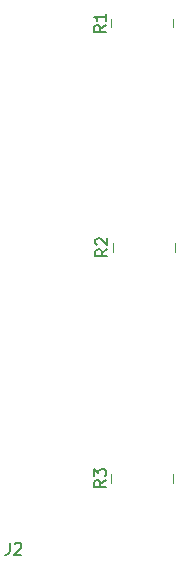
<source format=gbr>
G04 #@! TF.GenerationSoftware,KiCad,Pcbnew,9.0.7*
G04 #@! TF.CreationDate,2026-02-26T09:09:59-06:00*
G04 #@! TF.ProjectId,Flex PCB,466c6578-2050-4434-922e-6b696361645f,rev?*
G04 #@! TF.SameCoordinates,Original*
G04 #@! TF.FileFunction,Legend,Top*
G04 #@! TF.FilePolarity,Positive*
%FSLAX46Y46*%
G04 Gerber Fmt 4.6, Leading zero omitted, Abs format (unit mm)*
G04 Created by KiCad (PCBNEW 9.0.7) date 2026-02-26 09:09:59*
%MOMM*%
%LPD*%
G01*
G04 APERTURE LIST*
%ADD10C,0.150000*%
%ADD11C,0.120000*%
G04 APERTURE END LIST*
D10*
X150701819Y-103983166D02*
X150225628Y-104316499D01*
X150701819Y-104554594D02*
X149701819Y-104554594D01*
X149701819Y-104554594D02*
X149701819Y-104173642D01*
X149701819Y-104173642D02*
X149749438Y-104078404D01*
X149749438Y-104078404D02*
X149797057Y-104030785D01*
X149797057Y-104030785D02*
X149892295Y-103983166D01*
X149892295Y-103983166D02*
X150035152Y-103983166D01*
X150035152Y-103983166D02*
X150130390Y-104030785D01*
X150130390Y-104030785D02*
X150178009Y-104078404D01*
X150178009Y-104078404D02*
X150225628Y-104173642D01*
X150225628Y-104173642D02*
X150225628Y-104554594D01*
X149701819Y-103649832D02*
X149701819Y-103030785D01*
X149701819Y-103030785D02*
X150082771Y-103364118D01*
X150082771Y-103364118D02*
X150082771Y-103221261D01*
X150082771Y-103221261D02*
X150130390Y-103126023D01*
X150130390Y-103126023D02*
X150178009Y-103078404D01*
X150178009Y-103078404D02*
X150273247Y-103030785D01*
X150273247Y-103030785D02*
X150511342Y-103030785D01*
X150511342Y-103030785D02*
X150606580Y-103078404D01*
X150606580Y-103078404D02*
X150654200Y-103126023D01*
X150654200Y-103126023D02*
X150701819Y-103221261D01*
X150701819Y-103221261D02*
X150701819Y-103506975D01*
X150701819Y-103506975D02*
X150654200Y-103602213D01*
X150654200Y-103602213D02*
X150606580Y-103649832D01*
X150828819Y-84425166D02*
X150352628Y-84758499D01*
X150828819Y-84996594D02*
X149828819Y-84996594D01*
X149828819Y-84996594D02*
X149828819Y-84615642D01*
X149828819Y-84615642D02*
X149876438Y-84520404D01*
X149876438Y-84520404D02*
X149924057Y-84472785D01*
X149924057Y-84472785D02*
X150019295Y-84425166D01*
X150019295Y-84425166D02*
X150162152Y-84425166D01*
X150162152Y-84425166D02*
X150257390Y-84472785D01*
X150257390Y-84472785D02*
X150305009Y-84520404D01*
X150305009Y-84520404D02*
X150352628Y-84615642D01*
X150352628Y-84615642D02*
X150352628Y-84996594D01*
X149924057Y-84044213D02*
X149876438Y-83996594D01*
X149876438Y-83996594D02*
X149828819Y-83901356D01*
X149828819Y-83901356D02*
X149828819Y-83663261D01*
X149828819Y-83663261D02*
X149876438Y-83568023D01*
X149876438Y-83568023D02*
X149924057Y-83520404D01*
X149924057Y-83520404D02*
X150019295Y-83472785D01*
X150019295Y-83472785D02*
X150114533Y-83472785D01*
X150114533Y-83472785D02*
X150257390Y-83520404D01*
X150257390Y-83520404D02*
X150828819Y-84091832D01*
X150828819Y-84091832D02*
X150828819Y-83472785D01*
X150701819Y-65444666D02*
X150225628Y-65777999D01*
X150701819Y-66016094D02*
X149701819Y-66016094D01*
X149701819Y-66016094D02*
X149701819Y-65635142D01*
X149701819Y-65635142D02*
X149749438Y-65539904D01*
X149749438Y-65539904D02*
X149797057Y-65492285D01*
X149797057Y-65492285D02*
X149892295Y-65444666D01*
X149892295Y-65444666D02*
X150035152Y-65444666D01*
X150035152Y-65444666D02*
X150130390Y-65492285D01*
X150130390Y-65492285D02*
X150178009Y-65539904D01*
X150178009Y-65539904D02*
X150225628Y-65635142D01*
X150225628Y-65635142D02*
X150225628Y-66016094D01*
X150701819Y-64492285D02*
X150701819Y-65063713D01*
X150701819Y-64777999D02*
X149701819Y-64777999D01*
X149701819Y-64777999D02*
X149844676Y-64873237D01*
X149844676Y-64873237D02*
X149939914Y-64968475D01*
X149939914Y-64968475D02*
X149987533Y-65063713D01*
X142566666Y-109270819D02*
X142566666Y-109985104D01*
X142566666Y-109985104D02*
X142519047Y-110127961D01*
X142519047Y-110127961D02*
X142423809Y-110223200D01*
X142423809Y-110223200D02*
X142280952Y-110270819D01*
X142280952Y-110270819D02*
X142185714Y-110270819D01*
X142995238Y-109366057D02*
X143042857Y-109318438D01*
X143042857Y-109318438D02*
X143138095Y-109270819D01*
X143138095Y-109270819D02*
X143376190Y-109270819D01*
X143376190Y-109270819D02*
X143471428Y-109318438D01*
X143471428Y-109318438D02*
X143519047Y-109366057D01*
X143519047Y-109366057D02*
X143566666Y-109461295D01*
X143566666Y-109461295D02*
X143566666Y-109556533D01*
X143566666Y-109556533D02*
X143519047Y-109699390D01*
X143519047Y-109699390D02*
X142947619Y-110270819D01*
X142947619Y-110270819D02*
X143566666Y-110270819D01*
D11*
G04 #@! TO.C,R3*
X151187000Y-104177752D02*
X151187000Y-103455248D01*
X156407000Y-104177752D02*
X156407000Y-103455248D01*
G04 #@! TO.C,R2*
X151314000Y-84619752D02*
X151314000Y-83897248D01*
X156534000Y-84619752D02*
X156534000Y-83897248D01*
G04 #@! TO.C,R1*
X151187000Y-65639252D02*
X151187000Y-64916748D01*
X156407000Y-65639252D02*
X156407000Y-64916748D01*
G04 #@! TD*
M02*

</source>
